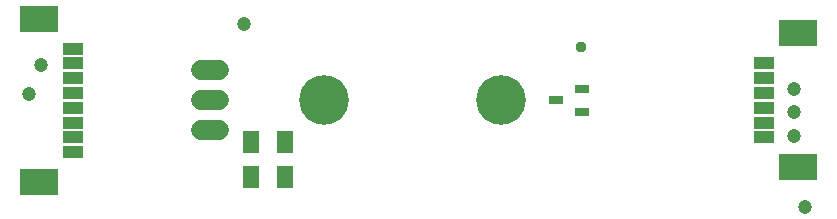
<source format=gbr>
G04 EAGLE Gerber X2 export*
%TF.Part,Single*%
%TF.FileFunction,Soldermask,Top,1*%
%TF.FilePolarity,Negative*%
%TF.GenerationSoftware,Autodesk,EAGLE,9.1.0*%
%TF.CreationDate,2020-08-17T16:37:06Z*%
G75*
%MOMM*%
%FSLAX34Y34*%
%LPD*%
%AMOC8*
5,1,8,0,0,1.08239X$1,22.5*%
G01*
%ADD10R,1.253200X0.803200*%
%ADD11R,1.803200X1.003200*%
%ADD12R,3.203200X2.303200*%
%ADD13C,1.727200*%
%ADD14R,1.363200X1.883200*%
%ADD15C,1.203200*%
%ADD16C,0.959600*%
%ADD17C,4.203200*%


D10*
X556000Y135500D03*
X556000Y154500D03*
X534000Y145000D03*
D11*
X125040Y188750D03*
X125040Y176250D03*
X125040Y163750D03*
X125040Y151250D03*
X125040Y138750D03*
X125040Y126250D03*
X125040Y113750D03*
X125040Y101250D03*
D12*
X96040Y75750D03*
X96040Y214250D03*
D13*
X233380Y119600D02*
X248620Y119600D01*
X248620Y145000D02*
X233380Y145000D01*
X233380Y170400D02*
X248620Y170400D01*
D14*
X304750Y110000D03*
X275250Y110000D03*
X304750Y80000D03*
X275250Y80000D03*
D11*
X710000Y113750D03*
X710000Y126250D03*
X710000Y138750D03*
X710000Y151250D03*
X710000Y163750D03*
X710000Y176250D03*
D12*
X739000Y88250D03*
X739000Y201750D03*
D15*
X97500Y175000D03*
D16*
X555000Y190000D03*
D17*
X487500Y145000D03*
D15*
X735000Y115000D03*
X745000Y55000D03*
X735000Y155000D03*
X735000Y135000D03*
X87500Y150000D03*
D17*
X337500Y145000D03*
D15*
X270000Y210000D03*
M02*

</source>
